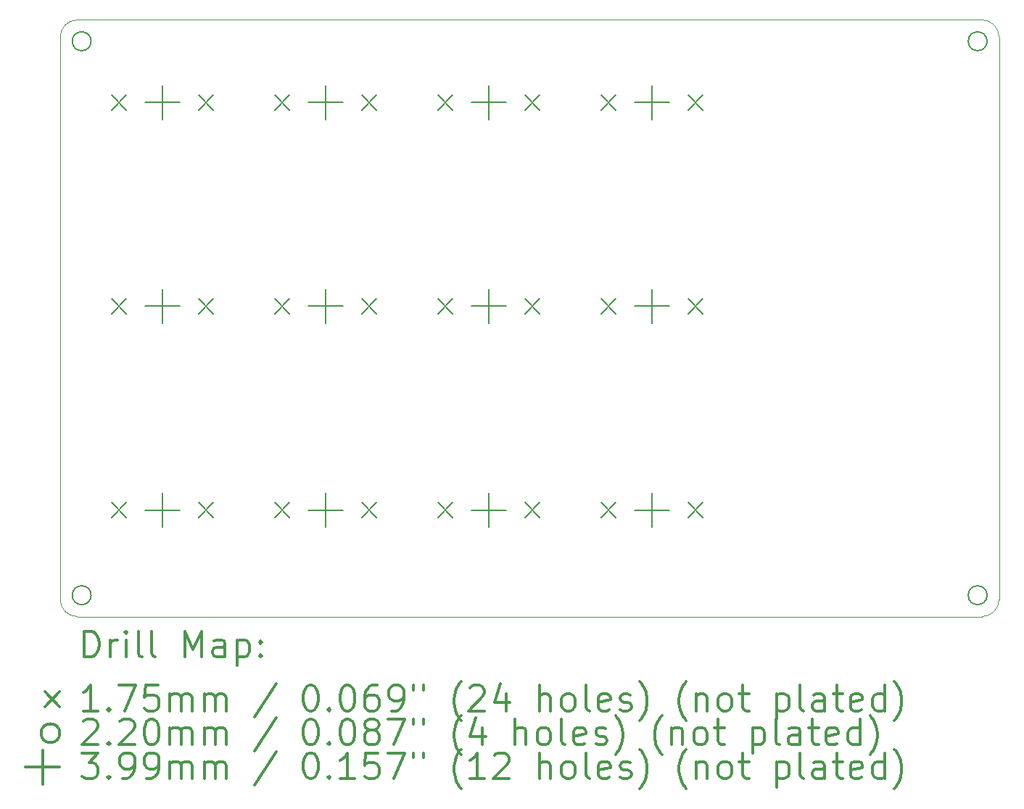
<source format=gbr>
%FSLAX45Y45*%
G04 Gerber Fmt 4.5, Leading zero omitted, Abs format (unit mm)*
G04 Created by KiCad (PCBNEW (5.1.9)-1) date 2021-05-03 11:05:24*
%MOMM*%
%LPD*%
G01*
G04 APERTURE LIST*
%TA.AperFunction,Profile*%
%ADD10C,0.100000*%
%TD*%
%ADD11C,0.200000*%
%ADD12C,0.300000*%
G04 APERTURE END LIST*
D10*
X6700520Y-4130040D02*
G75*
G03*
X6700520Y-4130040I-110450J0D01*
G01*
X6700520Y-10599420D02*
G75*
G03*
X6700520Y-10599420I-110450J0D01*
G01*
X17160240Y-10599420D02*
G75*
G03*
X17160240Y-10599420I-110450J0D01*
G01*
X17160240Y-4130040D02*
G75*
G03*
X17160240Y-4130040I-110450J0D01*
G01*
X17100000Y-3880000D02*
G75*
G02*
X17300000Y-4080000I0J-200000D01*
G01*
X17300000Y-10650000D02*
G75*
G02*
X17100000Y-10850000I-200000J0D01*
G01*
X6540000Y-10850000D02*
G75*
G02*
X6340000Y-10650000I0J200000D01*
G01*
X6340000Y-4080000D02*
X6340000Y-10650000D01*
X17100000Y-3880000D02*
X6540000Y-3880000D01*
X6340000Y-4080000D02*
G75*
G02*
X6540000Y-3880000I200000J0D01*
G01*
X17300000Y-10650000D02*
X17300000Y-4080000D01*
X6540000Y-10850000D02*
X17100000Y-10850000D01*
D11*
X6938000Y-4756000D02*
X7113000Y-4931000D01*
X7113000Y-4756000D02*
X6938000Y-4931000D01*
X6938000Y-7137250D02*
X7113000Y-7312250D01*
X7113000Y-7137250D02*
X6938000Y-7312250D01*
X6938000Y-9518500D02*
X7113000Y-9693500D01*
X7113000Y-9518500D02*
X6938000Y-9693500D01*
X7954000Y-4756000D02*
X8129000Y-4931000D01*
X8129000Y-4756000D02*
X7954000Y-4931000D01*
X7954000Y-7137250D02*
X8129000Y-7312250D01*
X8129000Y-7137250D02*
X7954000Y-7312250D01*
X7954000Y-9518500D02*
X8129000Y-9693500D01*
X8129000Y-9518500D02*
X7954000Y-9693500D01*
X8843000Y-4756000D02*
X9018000Y-4931000D01*
X9018000Y-4756000D02*
X8843000Y-4931000D01*
X8843000Y-7137250D02*
X9018000Y-7312250D01*
X9018000Y-7137250D02*
X8843000Y-7312250D01*
X8843000Y-9518500D02*
X9018000Y-9693500D01*
X9018000Y-9518500D02*
X8843000Y-9693500D01*
X9859000Y-4756000D02*
X10034000Y-4931000D01*
X10034000Y-4756000D02*
X9859000Y-4931000D01*
X9859000Y-7137250D02*
X10034000Y-7312250D01*
X10034000Y-7137250D02*
X9859000Y-7312250D01*
X9859000Y-9518500D02*
X10034000Y-9693500D01*
X10034000Y-9518500D02*
X9859000Y-9693500D01*
X10748000Y-4756000D02*
X10923000Y-4931000D01*
X10923000Y-4756000D02*
X10748000Y-4931000D01*
X10748000Y-7137250D02*
X10923000Y-7312250D01*
X10923000Y-7137250D02*
X10748000Y-7312250D01*
X10748000Y-9518500D02*
X10923000Y-9693500D01*
X10923000Y-9518500D02*
X10748000Y-9693500D01*
X11764000Y-4756000D02*
X11939000Y-4931000D01*
X11939000Y-4756000D02*
X11764000Y-4931000D01*
X11764000Y-7137250D02*
X11939000Y-7312250D01*
X11939000Y-7137250D02*
X11764000Y-7312250D01*
X11764000Y-9518500D02*
X11939000Y-9693500D01*
X11939000Y-9518500D02*
X11764000Y-9693500D01*
X12653000Y-4756000D02*
X12828000Y-4931000D01*
X12828000Y-4756000D02*
X12653000Y-4931000D01*
X12653000Y-7137250D02*
X12828000Y-7312250D01*
X12828000Y-7137250D02*
X12653000Y-7312250D01*
X12653000Y-9518500D02*
X12828000Y-9693500D01*
X12828000Y-9518500D02*
X12653000Y-9693500D01*
X13669000Y-4756000D02*
X13844000Y-4931000D01*
X13844000Y-4756000D02*
X13669000Y-4931000D01*
X13669000Y-7137250D02*
X13844000Y-7312250D01*
X13844000Y-7137250D02*
X13669000Y-7312250D01*
X13669000Y-9518500D02*
X13844000Y-9693500D01*
X13844000Y-9518500D02*
X13669000Y-9693500D01*
X6700000Y-4130000D02*
G75*
G03*
X6700000Y-4130000I-110000J0D01*
G01*
X6700000Y-10600000D02*
G75*
G03*
X6700000Y-10600000I-110000J0D01*
G01*
X17160000Y-4130000D02*
G75*
G03*
X17160000Y-4130000I-110000J0D01*
G01*
X17160000Y-10600000D02*
G75*
G03*
X17160000Y-10600000I-110000J0D01*
G01*
X7533500Y-4644110D02*
X7533500Y-5042890D01*
X7334110Y-4843500D02*
X7732890Y-4843500D01*
X7533500Y-7025360D02*
X7533500Y-7424140D01*
X7334110Y-7224750D02*
X7732890Y-7224750D01*
X7533500Y-9406610D02*
X7533500Y-9805390D01*
X7334110Y-9606000D02*
X7732890Y-9606000D01*
X9438500Y-4644110D02*
X9438500Y-5042890D01*
X9239110Y-4843500D02*
X9637890Y-4843500D01*
X9438500Y-7025360D02*
X9438500Y-7424140D01*
X9239110Y-7224750D02*
X9637890Y-7224750D01*
X9438500Y-9406610D02*
X9438500Y-9805390D01*
X9239110Y-9606000D02*
X9637890Y-9606000D01*
X11343500Y-4644110D02*
X11343500Y-5042890D01*
X11144110Y-4843500D02*
X11542890Y-4843500D01*
X11343500Y-7025360D02*
X11343500Y-7424140D01*
X11144110Y-7224750D02*
X11542890Y-7224750D01*
X11343500Y-9406610D02*
X11343500Y-9805390D01*
X11144110Y-9606000D02*
X11542890Y-9606000D01*
X13248500Y-4644110D02*
X13248500Y-5042890D01*
X13049110Y-4843500D02*
X13447890Y-4843500D01*
X13248500Y-7025360D02*
X13248500Y-7424140D01*
X13049110Y-7224750D02*
X13447890Y-7224750D01*
X13248500Y-9406610D02*
X13248500Y-9805390D01*
X13049110Y-9606000D02*
X13447890Y-9606000D01*
D12*
X6621428Y-11320714D02*
X6621428Y-11020714D01*
X6692857Y-11020714D01*
X6735714Y-11035000D01*
X6764286Y-11063572D01*
X6778571Y-11092143D01*
X6792857Y-11149286D01*
X6792857Y-11192143D01*
X6778571Y-11249286D01*
X6764286Y-11277857D01*
X6735714Y-11306429D01*
X6692857Y-11320714D01*
X6621428Y-11320714D01*
X6921428Y-11320714D02*
X6921428Y-11120714D01*
X6921428Y-11177857D02*
X6935714Y-11149286D01*
X6950000Y-11135000D01*
X6978571Y-11120714D01*
X7007143Y-11120714D01*
X7107143Y-11320714D02*
X7107143Y-11120714D01*
X7107143Y-11020714D02*
X7092857Y-11035000D01*
X7107143Y-11049286D01*
X7121428Y-11035000D01*
X7107143Y-11020714D01*
X7107143Y-11049286D01*
X7292857Y-11320714D02*
X7264286Y-11306429D01*
X7250000Y-11277857D01*
X7250000Y-11020714D01*
X7450000Y-11320714D02*
X7421428Y-11306429D01*
X7407143Y-11277857D01*
X7407143Y-11020714D01*
X7792857Y-11320714D02*
X7792857Y-11020714D01*
X7892857Y-11235000D01*
X7992857Y-11020714D01*
X7992857Y-11320714D01*
X8264286Y-11320714D02*
X8264286Y-11163572D01*
X8250000Y-11135000D01*
X8221428Y-11120714D01*
X8164286Y-11120714D01*
X8135714Y-11135000D01*
X8264286Y-11306429D02*
X8235714Y-11320714D01*
X8164286Y-11320714D01*
X8135714Y-11306429D01*
X8121428Y-11277857D01*
X8121428Y-11249286D01*
X8135714Y-11220714D01*
X8164286Y-11206429D01*
X8235714Y-11206429D01*
X8264286Y-11192143D01*
X8407143Y-11120714D02*
X8407143Y-11420714D01*
X8407143Y-11135000D02*
X8435714Y-11120714D01*
X8492857Y-11120714D01*
X8521428Y-11135000D01*
X8535714Y-11149286D01*
X8550000Y-11177857D01*
X8550000Y-11263571D01*
X8535714Y-11292143D01*
X8521428Y-11306429D01*
X8492857Y-11320714D01*
X8435714Y-11320714D01*
X8407143Y-11306429D01*
X8678571Y-11292143D02*
X8692857Y-11306429D01*
X8678571Y-11320714D01*
X8664286Y-11306429D01*
X8678571Y-11292143D01*
X8678571Y-11320714D01*
X8678571Y-11135000D02*
X8692857Y-11149286D01*
X8678571Y-11163572D01*
X8664286Y-11149286D01*
X8678571Y-11135000D01*
X8678571Y-11163572D01*
X6160000Y-11727500D02*
X6335000Y-11902500D01*
X6335000Y-11727500D02*
X6160000Y-11902500D01*
X6778571Y-11950714D02*
X6607143Y-11950714D01*
X6692857Y-11950714D02*
X6692857Y-11650714D01*
X6664286Y-11693571D01*
X6635714Y-11722143D01*
X6607143Y-11736429D01*
X6907143Y-11922143D02*
X6921428Y-11936429D01*
X6907143Y-11950714D01*
X6892857Y-11936429D01*
X6907143Y-11922143D01*
X6907143Y-11950714D01*
X7021428Y-11650714D02*
X7221428Y-11650714D01*
X7092857Y-11950714D01*
X7478571Y-11650714D02*
X7335714Y-11650714D01*
X7321428Y-11793571D01*
X7335714Y-11779286D01*
X7364286Y-11765000D01*
X7435714Y-11765000D01*
X7464286Y-11779286D01*
X7478571Y-11793571D01*
X7492857Y-11822143D01*
X7492857Y-11893571D01*
X7478571Y-11922143D01*
X7464286Y-11936429D01*
X7435714Y-11950714D01*
X7364286Y-11950714D01*
X7335714Y-11936429D01*
X7321428Y-11922143D01*
X7621428Y-11950714D02*
X7621428Y-11750714D01*
X7621428Y-11779286D02*
X7635714Y-11765000D01*
X7664286Y-11750714D01*
X7707143Y-11750714D01*
X7735714Y-11765000D01*
X7750000Y-11793571D01*
X7750000Y-11950714D01*
X7750000Y-11793571D02*
X7764286Y-11765000D01*
X7792857Y-11750714D01*
X7835714Y-11750714D01*
X7864286Y-11765000D01*
X7878571Y-11793571D01*
X7878571Y-11950714D01*
X8021428Y-11950714D02*
X8021428Y-11750714D01*
X8021428Y-11779286D02*
X8035714Y-11765000D01*
X8064286Y-11750714D01*
X8107143Y-11750714D01*
X8135714Y-11765000D01*
X8150000Y-11793571D01*
X8150000Y-11950714D01*
X8150000Y-11793571D02*
X8164286Y-11765000D01*
X8192857Y-11750714D01*
X8235714Y-11750714D01*
X8264286Y-11765000D01*
X8278571Y-11793571D01*
X8278571Y-11950714D01*
X8864286Y-11636429D02*
X8607143Y-12022143D01*
X9250000Y-11650714D02*
X9278571Y-11650714D01*
X9307143Y-11665000D01*
X9321428Y-11679286D01*
X9335714Y-11707857D01*
X9350000Y-11765000D01*
X9350000Y-11836429D01*
X9335714Y-11893571D01*
X9321428Y-11922143D01*
X9307143Y-11936429D01*
X9278571Y-11950714D01*
X9250000Y-11950714D01*
X9221428Y-11936429D01*
X9207143Y-11922143D01*
X9192857Y-11893571D01*
X9178571Y-11836429D01*
X9178571Y-11765000D01*
X9192857Y-11707857D01*
X9207143Y-11679286D01*
X9221428Y-11665000D01*
X9250000Y-11650714D01*
X9478571Y-11922143D02*
X9492857Y-11936429D01*
X9478571Y-11950714D01*
X9464286Y-11936429D01*
X9478571Y-11922143D01*
X9478571Y-11950714D01*
X9678571Y-11650714D02*
X9707143Y-11650714D01*
X9735714Y-11665000D01*
X9750000Y-11679286D01*
X9764286Y-11707857D01*
X9778571Y-11765000D01*
X9778571Y-11836429D01*
X9764286Y-11893571D01*
X9750000Y-11922143D01*
X9735714Y-11936429D01*
X9707143Y-11950714D01*
X9678571Y-11950714D01*
X9650000Y-11936429D01*
X9635714Y-11922143D01*
X9621428Y-11893571D01*
X9607143Y-11836429D01*
X9607143Y-11765000D01*
X9621428Y-11707857D01*
X9635714Y-11679286D01*
X9650000Y-11665000D01*
X9678571Y-11650714D01*
X10035714Y-11650714D02*
X9978571Y-11650714D01*
X9950000Y-11665000D01*
X9935714Y-11679286D01*
X9907143Y-11722143D01*
X9892857Y-11779286D01*
X9892857Y-11893571D01*
X9907143Y-11922143D01*
X9921428Y-11936429D01*
X9950000Y-11950714D01*
X10007143Y-11950714D01*
X10035714Y-11936429D01*
X10050000Y-11922143D01*
X10064286Y-11893571D01*
X10064286Y-11822143D01*
X10050000Y-11793571D01*
X10035714Y-11779286D01*
X10007143Y-11765000D01*
X9950000Y-11765000D01*
X9921428Y-11779286D01*
X9907143Y-11793571D01*
X9892857Y-11822143D01*
X10207143Y-11950714D02*
X10264286Y-11950714D01*
X10292857Y-11936429D01*
X10307143Y-11922143D01*
X10335714Y-11879286D01*
X10350000Y-11822143D01*
X10350000Y-11707857D01*
X10335714Y-11679286D01*
X10321428Y-11665000D01*
X10292857Y-11650714D01*
X10235714Y-11650714D01*
X10207143Y-11665000D01*
X10192857Y-11679286D01*
X10178571Y-11707857D01*
X10178571Y-11779286D01*
X10192857Y-11807857D01*
X10207143Y-11822143D01*
X10235714Y-11836429D01*
X10292857Y-11836429D01*
X10321428Y-11822143D01*
X10335714Y-11807857D01*
X10350000Y-11779286D01*
X10464286Y-11650714D02*
X10464286Y-11707857D01*
X10578571Y-11650714D02*
X10578571Y-11707857D01*
X11021428Y-12065000D02*
X11007143Y-12050714D01*
X10978571Y-12007857D01*
X10964286Y-11979286D01*
X10950000Y-11936429D01*
X10935714Y-11865000D01*
X10935714Y-11807857D01*
X10950000Y-11736429D01*
X10964286Y-11693571D01*
X10978571Y-11665000D01*
X11007143Y-11622143D01*
X11021428Y-11607857D01*
X11121428Y-11679286D02*
X11135714Y-11665000D01*
X11164286Y-11650714D01*
X11235714Y-11650714D01*
X11264286Y-11665000D01*
X11278571Y-11679286D01*
X11292857Y-11707857D01*
X11292857Y-11736429D01*
X11278571Y-11779286D01*
X11107143Y-11950714D01*
X11292857Y-11950714D01*
X11550000Y-11750714D02*
X11550000Y-11950714D01*
X11478571Y-11636429D02*
X11407143Y-11850714D01*
X11592857Y-11850714D01*
X11935714Y-11950714D02*
X11935714Y-11650714D01*
X12064286Y-11950714D02*
X12064286Y-11793571D01*
X12050000Y-11765000D01*
X12021428Y-11750714D01*
X11978571Y-11750714D01*
X11950000Y-11765000D01*
X11935714Y-11779286D01*
X12250000Y-11950714D02*
X12221428Y-11936429D01*
X12207143Y-11922143D01*
X12192857Y-11893571D01*
X12192857Y-11807857D01*
X12207143Y-11779286D01*
X12221428Y-11765000D01*
X12250000Y-11750714D01*
X12292857Y-11750714D01*
X12321428Y-11765000D01*
X12335714Y-11779286D01*
X12350000Y-11807857D01*
X12350000Y-11893571D01*
X12335714Y-11922143D01*
X12321428Y-11936429D01*
X12292857Y-11950714D01*
X12250000Y-11950714D01*
X12521428Y-11950714D02*
X12492857Y-11936429D01*
X12478571Y-11907857D01*
X12478571Y-11650714D01*
X12750000Y-11936429D02*
X12721428Y-11950714D01*
X12664286Y-11950714D01*
X12635714Y-11936429D01*
X12621428Y-11907857D01*
X12621428Y-11793571D01*
X12635714Y-11765000D01*
X12664286Y-11750714D01*
X12721428Y-11750714D01*
X12750000Y-11765000D01*
X12764286Y-11793571D01*
X12764286Y-11822143D01*
X12621428Y-11850714D01*
X12878571Y-11936429D02*
X12907143Y-11950714D01*
X12964286Y-11950714D01*
X12992857Y-11936429D01*
X13007143Y-11907857D01*
X13007143Y-11893571D01*
X12992857Y-11865000D01*
X12964286Y-11850714D01*
X12921428Y-11850714D01*
X12892857Y-11836429D01*
X12878571Y-11807857D01*
X12878571Y-11793571D01*
X12892857Y-11765000D01*
X12921428Y-11750714D01*
X12964286Y-11750714D01*
X12992857Y-11765000D01*
X13107143Y-12065000D02*
X13121428Y-12050714D01*
X13150000Y-12007857D01*
X13164286Y-11979286D01*
X13178571Y-11936429D01*
X13192857Y-11865000D01*
X13192857Y-11807857D01*
X13178571Y-11736429D01*
X13164286Y-11693571D01*
X13150000Y-11665000D01*
X13121428Y-11622143D01*
X13107143Y-11607857D01*
X13650000Y-12065000D02*
X13635714Y-12050714D01*
X13607143Y-12007857D01*
X13592857Y-11979286D01*
X13578571Y-11936429D01*
X13564286Y-11865000D01*
X13564286Y-11807857D01*
X13578571Y-11736429D01*
X13592857Y-11693571D01*
X13607143Y-11665000D01*
X13635714Y-11622143D01*
X13650000Y-11607857D01*
X13764286Y-11750714D02*
X13764286Y-11950714D01*
X13764286Y-11779286D02*
X13778571Y-11765000D01*
X13807143Y-11750714D01*
X13850000Y-11750714D01*
X13878571Y-11765000D01*
X13892857Y-11793571D01*
X13892857Y-11950714D01*
X14078571Y-11950714D02*
X14050000Y-11936429D01*
X14035714Y-11922143D01*
X14021428Y-11893571D01*
X14021428Y-11807857D01*
X14035714Y-11779286D01*
X14050000Y-11765000D01*
X14078571Y-11750714D01*
X14121428Y-11750714D01*
X14150000Y-11765000D01*
X14164286Y-11779286D01*
X14178571Y-11807857D01*
X14178571Y-11893571D01*
X14164286Y-11922143D01*
X14150000Y-11936429D01*
X14121428Y-11950714D01*
X14078571Y-11950714D01*
X14264286Y-11750714D02*
X14378571Y-11750714D01*
X14307143Y-11650714D02*
X14307143Y-11907857D01*
X14321428Y-11936429D01*
X14350000Y-11950714D01*
X14378571Y-11950714D01*
X14707143Y-11750714D02*
X14707143Y-12050714D01*
X14707143Y-11765000D02*
X14735714Y-11750714D01*
X14792857Y-11750714D01*
X14821428Y-11765000D01*
X14835714Y-11779286D01*
X14850000Y-11807857D01*
X14850000Y-11893571D01*
X14835714Y-11922143D01*
X14821428Y-11936429D01*
X14792857Y-11950714D01*
X14735714Y-11950714D01*
X14707143Y-11936429D01*
X15021428Y-11950714D02*
X14992857Y-11936429D01*
X14978571Y-11907857D01*
X14978571Y-11650714D01*
X15264286Y-11950714D02*
X15264286Y-11793571D01*
X15250000Y-11765000D01*
X15221428Y-11750714D01*
X15164286Y-11750714D01*
X15135714Y-11765000D01*
X15264286Y-11936429D02*
X15235714Y-11950714D01*
X15164286Y-11950714D01*
X15135714Y-11936429D01*
X15121428Y-11907857D01*
X15121428Y-11879286D01*
X15135714Y-11850714D01*
X15164286Y-11836429D01*
X15235714Y-11836429D01*
X15264286Y-11822143D01*
X15364286Y-11750714D02*
X15478571Y-11750714D01*
X15407143Y-11650714D02*
X15407143Y-11907857D01*
X15421428Y-11936429D01*
X15450000Y-11950714D01*
X15478571Y-11950714D01*
X15692857Y-11936429D02*
X15664286Y-11950714D01*
X15607143Y-11950714D01*
X15578571Y-11936429D01*
X15564286Y-11907857D01*
X15564286Y-11793571D01*
X15578571Y-11765000D01*
X15607143Y-11750714D01*
X15664286Y-11750714D01*
X15692857Y-11765000D01*
X15707143Y-11793571D01*
X15707143Y-11822143D01*
X15564286Y-11850714D01*
X15964286Y-11950714D02*
X15964286Y-11650714D01*
X15964286Y-11936429D02*
X15935714Y-11950714D01*
X15878571Y-11950714D01*
X15850000Y-11936429D01*
X15835714Y-11922143D01*
X15821428Y-11893571D01*
X15821428Y-11807857D01*
X15835714Y-11779286D01*
X15850000Y-11765000D01*
X15878571Y-11750714D01*
X15935714Y-11750714D01*
X15964286Y-11765000D01*
X16078571Y-12065000D02*
X16092857Y-12050714D01*
X16121428Y-12007857D01*
X16135714Y-11979286D01*
X16150000Y-11936429D01*
X16164286Y-11865000D01*
X16164286Y-11807857D01*
X16150000Y-11736429D01*
X16135714Y-11693571D01*
X16121428Y-11665000D01*
X16092857Y-11622143D01*
X16078571Y-11607857D01*
X6335000Y-12211000D02*
G75*
G03*
X6335000Y-12211000I-110000J0D01*
G01*
X6607143Y-12075286D02*
X6621428Y-12061000D01*
X6650000Y-12046714D01*
X6721428Y-12046714D01*
X6750000Y-12061000D01*
X6764286Y-12075286D01*
X6778571Y-12103857D01*
X6778571Y-12132429D01*
X6764286Y-12175286D01*
X6592857Y-12346714D01*
X6778571Y-12346714D01*
X6907143Y-12318143D02*
X6921428Y-12332429D01*
X6907143Y-12346714D01*
X6892857Y-12332429D01*
X6907143Y-12318143D01*
X6907143Y-12346714D01*
X7035714Y-12075286D02*
X7050000Y-12061000D01*
X7078571Y-12046714D01*
X7150000Y-12046714D01*
X7178571Y-12061000D01*
X7192857Y-12075286D01*
X7207143Y-12103857D01*
X7207143Y-12132429D01*
X7192857Y-12175286D01*
X7021428Y-12346714D01*
X7207143Y-12346714D01*
X7392857Y-12046714D02*
X7421428Y-12046714D01*
X7450000Y-12061000D01*
X7464286Y-12075286D01*
X7478571Y-12103857D01*
X7492857Y-12161000D01*
X7492857Y-12232429D01*
X7478571Y-12289571D01*
X7464286Y-12318143D01*
X7450000Y-12332429D01*
X7421428Y-12346714D01*
X7392857Y-12346714D01*
X7364286Y-12332429D01*
X7350000Y-12318143D01*
X7335714Y-12289571D01*
X7321428Y-12232429D01*
X7321428Y-12161000D01*
X7335714Y-12103857D01*
X7350000Y-12075286D01*
X7364286Y-12061000D01*
X7392857Y-12046714D01*
X7621428Y-12346714D02*
X7621428Y-12146714D01*
X7621428Y-12175286D02*
X7635714Y-12161000D01*
X7664286Y-12146714D01*
X7707143Y-12146714D01*
X7735714Y-12161000D01*
X7750000Y-12189571D01*
X7750000Y-12346714D01*
X7750000Y-12189571D02*
X7764286Y-12161000D01*
X7792857Y-12146714D01*
X7835714Y-12146714D01*
X7864286Y-12161000D01*
X7878571Y-12189571D01*
X7878571Y-12346714D01*
X8021428Y-12346714D02*
X8021428Y-12146714D01*
X8021428Y-12175286D02*
X8035714Y-12161000D01*
X8064286Y-12146714D01*
X8107143Y-12146714D01*
X8135714Y-12161000D01*
X8150000Y-12189571D01*
X8150000Y-12346714D01*
X8150000Y-12189571D02*
X8164286Y-12161000D01*
X8192857Y-12146714D01*
X8235714Y-12146714D01*
X8264286Y-12161000D01*
X8278571Y-12189571D01*
X8278571Y-12346714D01*
X8864286Y-12032429D02*
X8607143Y-12418143D01*
X9250000Y-12046714D02*
X9278571Y-12046714D01*
X9307143Y-12061000D01*
X9321428Y-12075286D01*
X9335714Y-12103857D01*
X9350000Y-12161000D01*
X9350000Y-12232429D01*
X9335714Y-12289571D01*
X9321428Y-12318143D01*
X9307143Y-12332429D01*
X9278571Y-12346714D01*
X9250000Y-12346714D01*
X9221428Y-12332429D01*
X9207143Y-12318143D01*
X9192857Y-12289571D01*
X9178571Y-12232429D01*
X9178571Y-12161000D01*
X9192857Y-12103857D01*
X9207143Y-12075286D01*
X9221428Y-12061000D01*
X9250000Y-12046714D01*
X9478571Y-12318143D02*
X9492857Y-12332429D01*
X9478571Y-12346714D01*
X9464286Y-12332429D01*
X9478571Y-12318143D01*
X9478571Y-12346714D01*
X9678571Y-12046714D02*
X9707143Y-12046714D01*
X9735714Y-12061000D01*
X9750000Y-12075286D01*
X9764286Y-12103857D01*
X9778571Y-12161000D01*
X9778571Y-12232429D01*
X9764286Y-12289571D01*
X9750000Y-12318143D01*
X9735714Y-12332429D01*
X9707143Y-12346714D01*
X9678571Y-12346714D01*
X9650000Y-12332429D01*
X9635714Y-12318143D01*
X9621428Y-12289571D01*
X9607143Y-12232429D01*
X9607143Y-12161000D01*
X9621428Y-12103857D01*
X9635714Y-12075286D01*
X9650000Y-12061000D01*
X9678571Y-12046714D01*
X9950000Y-12175286D02*
X9921428Y-12161000D01*
X9907143Y-12146714D01*
X9892857Y-12118143D01*
X9892857Y-12103857D01*
X9907143Y-12075286D01*
X9921428Y-12061000D01*
X9950000Y-12046714D01*
X10007143Y-12046714D01*
X10035714Y-12061000D01*
X10050000Y-12075286D01*
X10064286Y-12103857D01*
X10064286Y-12118143D01*
X10050000Y-12146714D01*
X10035714Y-12161000D01*
X10007143Y-12175286D01*
X9950000Y-12175286D01*
X9921428Y-12189571D01*
X9907143Y-12203857D01*
X9892857Y-12232429D01*
X9892857Y-12289571D01*
X9907143Y-12318143D01*
X9921428Y-12332429D01*
X9950000Y-12346714D01*
X10007143Y-12346714D01*
X10035714Y-12332429D01*
X10050000Y-12318143D01*
X10064286Y-12289571D01*
X10064286Y-12232429D01*
X10050000Y-12203857D01*
X10035714Y-12189571D01*
X10007143Y-12175286D01*
X10164286Y-12046714D02*
X10364286Y-12046714D01*
X10235714Y-12346714D01*
X10464286Y-12046714D02*
X10464286Y-12103857D01*
X10578571Y-12046714D02*
X10578571Y-12103857D01*
X11021428Y-12461000D02*
X11007143Y-12446714D01*
X10978571Y-12403857D01*
X10964286Y-12375286D01*
X10950000Y-12332429D01*
X10935714Y-12261000D01*
X10935714Y-12203857D01*
X10950000Y-12132429D01*
X10964286Y-12089571D01*
X10978571Y-12061000D01*
X11007143Y-12018143D01*
X11021428Y-12003857D01*
X11264286Y-12146714D02*
X11264286Y-12346714D01*
X11192857Y-12032429D02*
X11121428Y-12246714D01*
X11307143Y-12246714D01*
X11650000Y-12346714D02*
X11650000Y-12046714D01*
X11778571Y-12346714D02*
X11778571Y-12189571D01*
X11764286Y-12161000D01*
X11735714Y-12146714D01*
X11692857Y-12146714D01*
X11664286Y-12161000D01*
X11650000Y-12175286D01*
X11964286Y-12346714D02*
X11935714Y-12332429D01*
X11921428Y-12318143D01*
X11907143Y-12289571D01*
X11907143Y-12203857D01*
X11921428Y-12175286D01*
X11935714Y-12161000D01*
X11964286Y-12146714D01*
X12007143Y-12146714D01*
X12035714Y-12161000D01*
X12050000Y-12175286D01*
X12064286Y-12203857D01*
X12064286Y-12289571D01*
X12050000Y-12318143D01*
X12035714Y-12332429D01*
X12007143Y-12346714D01*
X11964286Y-12346714D01*
X12235714Y-12346714D02*
X12207143Y-12332429D01*
X12192857Y-12303857D01*
X12192857Y-12046714D01*
X12464286Y-12332429D02*
X12435714Y-12346714D01*
X12378571Y-12346714D01*
X12350000Y-12332429D01*
X12335714Y-12303857D01*
X12335714Y-12189571D01*
X12350000Y-12161000D01*
X12378571Y-12146714D01*
X12435714Y-12146714D01*
X12464286Y-12161000D01*
X12478571Y-12189571D01*
X12478571Y-12218143D01*
X12335714Y-12246714D01*
X12592857Y-12332429D02*
X12621428Y-12346714D01*
X12678571Y-12346714D01*
X12707143Y-12332429D01*
X12721428Y-12303857D01*
X12721428Y-12289571D01*
X12707143Y-12261000D01*
X12678571Y-12246714D01*
X12635714Y-12246714D01*
X12607143Y-12232429D01*
X12592857Y-12203857D01*
X12592857Y-12189571D01*
X12607143Y-12161000D01*
X12635714Y-12146714D01*
X12678571Y-12146714D01*
X12707143Y-12161000D01*
X12821428Y-12461000D02*
X12835714Y-12446714D01*
X12864286Y-12403857D01*
X12878571Y-12375286D01*
X12892857Y-12332429D01*
X12907143Y-12261000D01*
X12907143Y-12203857D01*
X12892857Y-12132429D01*
X12878571Y-12089571D01*
X12864286Y-12061000D01*
X12835714Y-12018143D01*
X12821428Y-12003857D01*
X13364286Y-12461000D02*
X13350000Y-12446714D01*
X13321428Y-12403857D01*
X13307143Y-12375286D01*
X13292857Y-12332429D01*
X13278571Y-12261000D01*
X13278571Y-12203857D01*
X13292857Y-12132429D01*
X13307143Y-12089571D01*
X13321428Y-12061000D01*
X13350000Y-12018143D01*
X13364286Y-12003857D01*
X13478571Y-12146714D02*
X13478571Y-12346714D01*
X13478571Y-12175286D02*
X13492857Y-12161000D01*
X13521428Y-12146714D01*
X13564286Y-12146714D01*
X13592857Y-12161000D01*
X13607143Y-12189571D01*
X13607143Y-12346714D01*
X13792857Y-12346714D02*
X13764286Y-12332429D01*
X13750000Y-12318143D01*
X13735714Y-12289571D01*
X13735714Y-12203857D01*
X13750000Y-12175286D01*
X13764286Y-12161000D01*
X13792857Y-12146714D01*
X13835714Y-12146714D01*
X13864286Y-12161000D01*
X13878571Y-12175286D01*
X13892857Y-12203857D01*
X13892857Y-12289571D01*
X13878571Y-12318143D01*
X13864286Y-12332429D01*
X13835714Y-12346714D01*
X13792857Y-12346714D01*
X13978571Y-12146714D02*
X14092857Y-12146714D01*
X14021428Y-12046714D02*
X14021428Y-12303857D01*
X14035714Y-12332429D01*
X14064286Y-12346714D01*
X14092857Y-12346714D01*
X14421428Y-12146714D02*
X14421428Y-12446714D01*
X14421428Y-12161000D02*
X14450000Y-12146714D01*
X14507143Y-12146714D01*
X14535714Y-12161000D01*
X14550000Y-12175286D01*
X14564286Y-12203857D01*
X14564286Y-12289571D01*
X14550000Y-12318143D01*
X14535714Y-12332429D01*
X14507143Y-12346714D01*
X14450000Y-12346714D01*
X14421428Y-12332429D01*
X14735714Y-12346714D02*
X14707143Y-12332429D01*
X14692857Y-12303857D01*
X14692857Y-12046714D01*
X14978571Y-12346714D02*
X14978571Y-12189571D01*
X14964286Y-12161000D01*
X14935714Y-12146714D01*
X14878571Y-12146714D01*
X14850000Y-12161000D01*
X14978571Y-12332429D02*
X14950000Y-12346714D01*
X14878571Y-12346714D01*
X14850000Y-12332429D01*
X14835714Y-12303857D01*
X14835714Y-12275286D01*
X14850000Y-12246714D01*
X14878571Y-12232429D01*
X14950000Y-12232429D01*
X14978571Y-12218143D01*
X15078571Y-12146714D02*
X15192857Y-12146714D01*
X15121428Y-12046714D02*
X15121428Y-12303857D01*
X15135714Y-12332429D01*
X15164286Y-12346714D01*
X15192857Y-12346714D01*
X15407143Y-12332429D02*
X15378571Y-12346714D01*
X15321428Y-12346714D01*
X15292857Y-12332429D01*
X15278571Y-12303857D01*
X15278571Y-12189571D01*
X15292857Y-12161000D01*
X15321428Y-12146714D01*
X15378571Y-12146714D01*
X15407143Y-12161000D01*
X15421428Y-12189571D01*
X15421428Y-12218143D01*
X15278571Y-12246714D01*
X15678571Y-12346714D02*
X15678571Y-12046714D01*
X15678571Y-12332429D02*
X15650000Y-12346714D01*
X15592857Y-12346714D01*
X15564286Y-12332429D01*
X15550000Y-12318143D01*
X15535714Y-12289571D01*
X15535714Y-12203857D01*
X15550000Y-12175286D01*
X15564286Y-12161000D01*
X15592857Y-12146714D01*
X15650000Y-12146714D01*
X15678571Y-12161000D01*
X15792857Y-12461000D02*
X15807143Y-12446714D01*
X15835714Y-12403857D01*
X15850000Y-12375286D01*
X15864286Y-12332429D01*
X15878571Y-12261000D01*
X15878571Y-12203857D01*
X15864286Y-12132429D01*
X15850000Y-12089571D01*
X15835714Y-12061000D01*
X15807143Y-12018143D01*
X15792857Y-12003857D01*
X6135610Y-12407610D02*
X6135610Y-12806390D01*
X5936220Y-12607000D02*
X6335000Y-12607000D01*
X6592857Y-12442714D02*
X6778571Y-12442714D01*
X6678571Y-12557000D01*
X6721428Y-12557000D01*
X6750000Y-12571286D01*
X6764286Y-12585571D01*
X6778571Y-12614143D01*
X6778571Y-12685571D01*
X6764286Y-12714143D01*
X6750000Y-12728429D01*
X6721428Y-12742714D01*
X6635714Y-12742714D01*
X6607143Y-12728429D01*
X6592857Y-12714143D01*
X6907143Y-12714143D02*
X6921428Y-12728429D01*
X6907143Y-12742714D01*
X6892857Y-12728429D01*
X6907143Y-12714143D01*
X6907143Y-12742714D01*
X7064286Y-12742714D02*
X7121428Y-12742714D01*
X7150000Y-12728429D01*
X7164286Y-12714143D01*
X7192857Y-12671286D01*
X7207143Y-12614143D01*
X7207143Y-12499857D01*
X7192857Y-12471286D01*
X7178571Y-12457000D01*
X7150000Y-12442714D01*
X7092857Y-12442714D01*
X7064286Y-12457000D01*
X7050000Y-12471286D01*
X7035714Y-12499857D01*
X7035714Y-12571286D01*
X7050000Y-12599857D01*
X7064286Y-12614143D01*
X7092857Y-12628429D01*
X7150000Y-12628429D01*
X7178571Y-12614143D01*
X7192857Y-12599857D01*
X7207143Y-12571286D01*
X7350000Y-12742714D02*
X7407143Y-12742714D01*
X7435714Y-12728429D01*
X7450000Y-12714143D01*
X7478571Y-12671286D01*
X7492857Y-12614143D01*
X7492857Y-12499857D01*
X7478571Y-12471286D01*
X7464286Y-12457000D01*
X7435714Y-12442714D01*
X7378571Y-12442714D01*
X7350000Y-12457000D01*
X7335714Y-12471286D01*
X7321428Y-12499857D01*
X7321428Y-12571286D01*
X7335714Y-12599857D01*
X7350000Y-12614143D01*
X7378571Y-12628429D01*
X7435714Y-12628429D01*
X7464286Y-12614143D01*
X7478571Y-12599857D01*
X7492857Y-12571286D01*
X7621428Y-12742714D02*
X7621428Y-12542714D01*
X7621428Y-12571286D02*
X7635714Y-12557000D01*
X7664286Y-12542714D01*
X7707143Y-12542714D01*
X7735714Y-12557000D01*
X7750000Y-12585571D01*
X7750000Y-12742714D01*
X7750000Y-12585571D02*
X7764286Y-12557000D01*
X7792857Y-12542714D01*
X7835714Y-12542714D01*
X7864286Y-12557000D01*
X7878571Y-12585571D01*
X7878571Y-12742714D01*
X8021428Y-12742714D02*
X8021428Y-12542714D01*
X8021428Y-12571286D02*
X8035714Y-12557000D01*
X8064286Y-12542714D01*
X8107143Y-12542714D01*
X8135714Y-12557000D01*
X8150000Y-12585571D01*
X8150000Y-12742714D01*
X8150000Y-12585571D02*
X8164286Y-12557000D01*
X8192857Y-12542714D01*
X8235714Y-12542714D01*
X8264286Y-12557000D01*
X8278571Y-12585571D01*
X8278571Y-12742714D01*
X8864286Y-12428429D02*
X8607143Y-12814143D01*
X9250000Y-12442714D02*
X9278571Y-12442714D01*
X9307143Y-12457000D01*
X9321428Y-12471286D01*
X9335714Y-12499857D01*
X9350000Y-12557000D01*
X9350000Y-12628429D01*
X9335714Y-12685571D01*
X9321428Y-12714143D01*
X9307143Y-12728429D01*
X9278571Y-12742714D01*
X9250000Y-12742714D01*
X9221428Y-12728429D01*
X9207143Y-12714143D01*
X9192857Y-12685571D01*
X9178571Y-12628429D01*
X9178571Y-12557000D01*
X9192857Y-12499857D01*
X9207143Y-12471286D01*
X9221428Y-12457000D01*
X9250000Y-12442714D01*
X9478571Y-12714143D02*
X9492857Y-12728429D01*
X9478571Y-12742714D01*
X9464286Y-12728429D01*
X9478571Y-12714143D01*
X9478571Y-12742714D01*
X9778571Y-12742714D02*
X9607143Y-12742714D01*
X9692857Y-12742714D02*
X9692857Y-12442714D01*
X9664286Y-12485571D01*
X9635714Y-12514143D01*
X9607143Y-12528429D01*
X10050000Y-12442714D02*
X9907143Y-12442714D01*
X9892857Y-12585571D01*
X9907143Y-12571286D01*
X9935714Y-12557000D01*
X10007143Y-12557000D01*
X10035714Y-12571286D01*
X10050000Y-12585571D01*
X10064286Y-12614143D01*
X10064286Y-12685571D01*
X10050000Y-12714143D01*
X10035714Y-12728429D01*
X10007143Y-12742714D01*
X9935714Y-12742714D01*
X9907143Y-12728429D01*
X9892857Y-12714143D01*
X10164286Y-12442714D02*
X10364286Y-12442714D01*
X10235714Y-12742714D01*
X10464286Y-12442714D02*
X10464286Y-12499857D01*
X10578571Y-12442714D02*
X10578571Y-12499857D01*
X11021428Y-12857000D02*
X11007143Y-12842714D01*
X10978571Y-12799857D01*
X10964286Y-12771286D01*
X10950000Y-12728429D01*
X10935714Y-12657000D01*
X10935714Y-12599857D01*
X10950000Y-12528429D01*
X10964286Y-12485571D01*
X10978571Y-12457000D01*
X11007143Y-12414143D01*
X11021428Y-12399857D01*
X11292857Y-12742714D02*
X11121428Y-12742714D01*
X11207143Y-12742714D02*
X11207143Y-12442714D01*
X11178571Y-12485571D01*
X11150000Y-12514143D01*
X11121428Y-12528429D01*
X11407143Y-12471286D02*
X11421428Y-12457000D01*
X11450000Y-12442714D01*
X11521428Y-12442714D01*
X11550000Y-12457000D01*
X11564286Y-12471286D01*
X11578571Y-12499857D01*
X11578571Y-12528429D01*
X11564286Y-12571286D01*
X11392857Y-12742714D01*
X11578571Y-12742714D01*
X11935714Y-12742714D02*
X11935714Y-12442714D01*
X12064286Y-12742714D02*
X12064286Y-12585571D01*
X12050000Y-12557000D01*
X12021428Y-12542714D01*
X11978571Y-12542714D01*
X11950000Y-12557000D01*
X11935714Y-12571286D01*
X12250000Y-12742714D02*
X12221428Y-12728429D01*
X12207143Y-12714143D01*
X12192857Y-12685571D01*
X12192857Y-12599857D01*
X12207143Y-12571286D01*
X12221428Y-12557000D01*
X12250000Y-12542714D01*
X12292857Y-12542714D01*
X12321428Y-12557000D01*
X12335714Y-12571286D01*
X12350000Y-12599857D01*
X12350000Y-12685571D01*
X12335714Y-12714143D01*
X12321428Y-12728429D01*
X12292857Y-12742714D01*
X12250000Y-12742714D01*
X12521428Y-12742714D02*
X12492857Y-12728429D01*
X12478571Y-12699857D01*
X12478571Y-12442714D01*
X12750000Y-12728429D02*
X12721428Y-12742714D01*
X12664286Y-12742714D01*
X12635714Y-12728429D01*
X12621428Y-12699857D01*
X12621428Y-12585571D01*
X12635714Y-12557000D01*
X12664286Y-12542714D01*
X12721428Y-12542714D01*
X12750000Y-12557000D01*
X12764286Y-12585571D01*
X12764286Y-12614143D01*
X12621428Y-12642714D01*
X12878571Y-12728429D02*
X12907143Y-12742714D01*
X12964286Y-12742714D01*
X12992857Y-12728429D01*
X13007143Y-12699857D01*
X13007143Y-12685571D01*
X12992857Y-12657000D01*
X12964286Y-12642714D01*
X12921428Y-12642714D01*
X12892857Y-12628429D01*
X12878571Y-12599857D01*
X12878571Y-12585571D01*
X12892857Y-12557000D01*
X12921428Y-12542714D01*
X12964286Y-12542714D01*
X12992857Y-12557000D01*
X13107143Y-12857000D02*
X13121428Y-12842714D01*
X13150000Y-12799857D01*
X13164286Y-12771286D01*
X13178571Y-12728429D01*
X13192857Y-12657000D01*
X13192857Y-12599857D01*
X13178571Y-12528429D01*
X13164286Y-12485571D01*
X13150000Y-12457000D01*
X13121428Y-12414143D01*
X13107143Y-12399857D01*
X13650000Y-12857000D02*
X13635714Y-12842714D01*
X13607143Y-12799857D01*
X13592857Y-12771286D01*
X13578571Y-12728429D01*
X13564286Y-12657000D01*
X13564286Y-12599857D01*
X13578571Y-12528429D01*
X13592857Y-12485571D01*
X13607143Y-12457000D01*
X13635714Y-12414143D01*
X13650000Y-12399857D01*
X13764286Y-12542714D02*
X13764286Y-12742714D01*
X13764286Y-12571286D02*
X13778571Y-12557000D01*
X13807143Y-12542714D01*
X13850000Y-12542714D01*
X13878571Y-12557000D01*
X13892857Y-12585571D01*
X13892857Y-12742714D01*
X14078571Y-12742714D02*
X14050000Y-12728429D01*
X14035714Y-12714143D01*
X14021428Y-12685571D01*
X14021428Y-12599857D01*
X14035714Y-12571286D01*
X14050000Y-12557000D01*
X14078571Y-12542714D01*
X14121428Y-12542714D01*
X14150000Y-12557000D01*
X14164286Y-12571286D01*
X14178571Y-12599857D01*
X14178571Y-12685571D01*
X14164286Y-12714143D01*
X14150000Y-12728429D01*
X14121428Y-12742714D01*
X14078571Y-12742714D01*
X14264286Y-12542714D02*
X14378571Y-12542714D01*
X14307143Y-12442714D02*
X14307143Y-12699857D01*
X14321428Y-12728429D01*
X14350000Y-12742714D01*
X14378571Y-12742714D01*
X14707143Y-12542714D02*
X14707143Y-12842714D01*
X14707143Y-12557000D02*
X14735714Y-12542714D01*
X14792857Y-12542714D01*
X14821428Y-12557000D01*
X14835714Y-12571286D01*
X14850000Y-12599857D01*
X14850000Y-12685571D01*
X14835714Y-12714143D01*
X14821428Y-12728429D01*
X14792857Y-12742714D01*
X14735714Y-12742714D01*
X14707143Y-12728429D01*
X15021428Y-12742714D02*
X14992857Y-12728429D01*
X14978571Y-12699857D01*
X14978571Y-12442714D01*
X15264286Y-12742714D02*
X15264286Y-12585571D01*
X15250000Y-12557000D01*
X15221428Y-12542714D01*
X15164286Y-12542714D01*
X15135714Y-12557000D01*
X15264286Y-12728429D02*
X15235714Y-12742714D01*
X15164286Y-12742714D01*
X15135714Y-12728429D01*
X15121428Y-12699857D01*
X15121428Y-12671286D01*
X15135714Y-12642714D01*
X15164286Y-12628429D01*
X15235714Y-12628429D01*
X15264286Y-12614143D01*
X15364286Y-12542714D02*
X15478571Y-12542714D01*
X15407143Y-12442714D02*
X15407143Y-12699857D01*
X15421428Y-12728429D01*
X15450000Y-12742714D01*
X15478571Y-12742714D01*
X15692857Y-12728429D02*
X15664286Y-12742714D01*
X15607143Y-12742714D01*
X15578571Y-12728429D01*
X15564286Y-12699857D01*
X15564286Y-12585571D01*
X15578571Y-12557000D01*
X15607143Y-12542714D01*
X15664286Y-12542714D01*
X15692857Y-12557000D01*
X15707143Y-12585571D01*
X15707143Y-12614143D01*
X15564286Y-12642714D01*
X15964286Y-12742714D02*
X15964286Y-12442714D01*
X15964286Y-12728429D02*
X15935714Y-12742714D01*
X15878571Y-12742714D01*
X15850000Y-12728429D01*
X15835714Y-12714143D01*
X15821428Y-12685571D01*
X15821428Y-12599857D01*
X15835714Y-12571286D01*
X15850000Y-12557000D01*
X15878571Y-12542714D01*
X15935714Y-12542714D01*
X15964286Y-12557000D01*
X16078571Y-12857000D02*
X16092857Y-12842714D01*
X16121428Y-12799857D01*
X16135714Y-12771286D01*
X16150000Y-12728429D01*
X16164286Y-12657000D01*
X16164286Y-12599857D01*
X16150000Y-12528429D01*
X16135714Y-12485571D01*
X16121428Y-12457000D01*
X16092857Y-12414143D01*
X16078571Y-12399857D01*
M02*

</source>
